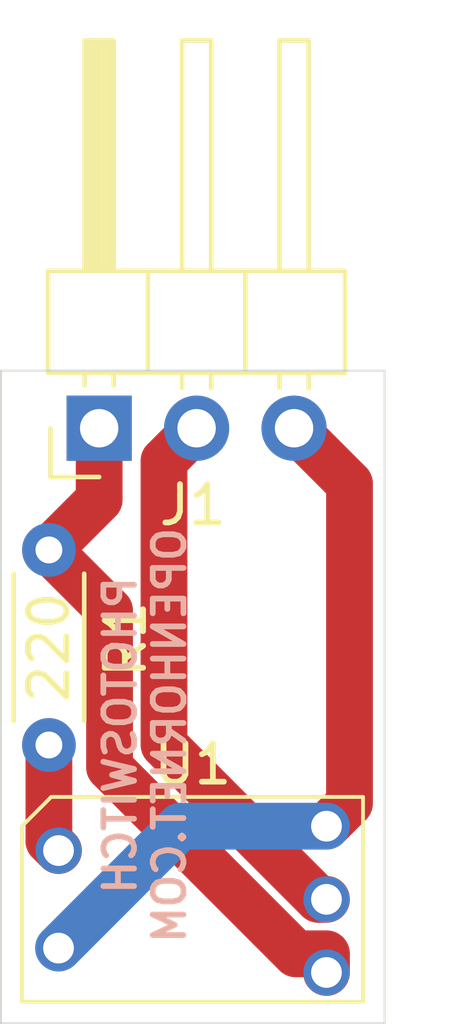
<source format=kicad_pcb>
(kicad_pcb (version 20171130) (host pcbnew "(5.1.9)-1")

  (general
    (thickness 1.6)
    (drawings 5)
    (tracks 18)
    (zones 0)
    (modules 4)
    (nets 5)
  )

  (page A4)
  (layers
    (0 F.Cu signal)
    (31 B.Cu signal)
    (32 B.Adhes user)
    (33 F.Adhes user)
    (34 B.Paste user)
    (35 F.Paste user)
    (36 B.SilkS user)
    (37 F.SilkS user)
    (38 B.Mask user)
    (39 F.Mask user)
    (40 Dwgs.User user)
    (41 Cmts.User user)
    (42 Eco1.User user)
    (43 Eco2.User user)
    (44 Edge.Cuts user)
    (45 Margin user)
    (46 B.CrtYd user)
    (47 F.CrtYd user)
    (48 B.Fab user)
    (49 F.Fab user)
  )

  (setup
    (last_trace_width 1.2192)
    (user_trace_width 0.3048)
    (user_trace_width 0.6096)
    (user_trace_width 0.9144)
    (user_trace_width 1.2192)
    (trace_clearance 0.2)
    (zone_clearance 0.508)
    (zone_45_only no)
    (trace_min 0.2)
    (via_size 0.8)
    (via_drill 0.4)
    (via_min_size 0.4)
    (via_min_drill 0.3)
    (uvia_size 0.3)
    (uvia_drill 0.1)
    (uvias_allowed no)
    (uvia_min_size 0.2)
    (uvia_min_drill 0.1)
    (edge_width 0.05)
    (segment_width 0.2)
    (pcb_text_width 0.3)
    (pcb_text_size 1.5 1.5)
    (mod_edge_width 0.12)
    (mod_text_size 1 1)
    (mod_text_width 0.15)
    (pad_size 1.524 1.524)
    (pad_drill 0.762)
    (pad_to_mask_clearance 0)
    (aux_axis_origin 0 0)
    (visible_elements FFFFFF7F)
    (pcbplotparams
      (layerselection 0x010fc_ffffffff)
      (usegerberextensions false)
      (usegerberattributes true)
      (usegerberadvancedattributes true)
      (creategerberjobfile true)
      (excludeedgelayer true)
      (linewidth 0.100000)
      (plotframeref false)
      (viasonmask false)
      (mode 1)
      (useauxorigin false)
      (hpglpennumber 1)
      (hpglpenspeed 20)
      (hpglpendiameter 15.000000)
      (psnegative false)
      (psa4output false)
      (plotreference true)
      (plotvalue true)
      (plotinvisibletext false)
      (padsonsilk false)
      (subtractmaskfromsilk false)
      (outputformat 1)
      (mirror false)
      (drillshape 0)
      (scaleselection 1)
      (outputdirectory "manufacturing/gerbers/"))
  )

  (net 0 "")
  (net 1 GND)
  (net 2 "Net-(J1-Pad2)")
  (net 3 +5V)
  (net 4 "Net-(R1-Pad1)")

  (net_class Default "This is the default net class."
    (clearance 0.2)
    (trace_width 0.25)
    (via_dia 0.8)
    (via_drill 0.4)
    (uvia_dia 0.3)
    (uvia_drill 0.1)
    (add_net +5V)
    (add_net GND)
    (add_net "Net-(J1-Pad2)")
    (add_net "Net-(R1-Pad1)")
  )

  (module "KiCAD Libraries:OPB61x" (layer F.Cu) (tedit 613778B8) (tstamp 6137D012)
    (at 98 65.75)
    (path /6137815A)
    (fp_text reference U1 (at 3.5 -2.25) (layer F.SilkS)
      (effects (font (size 1 1) (thickness 0.15)))
    )
    (fp_text value OPB615 (at 3.81018 1.2698) (layer F.Fab)
      (effects (font (size 1 1) (thickness 0.15)))
    )
    (fp_line (start 8.18768 -1.6472) (end 8.18768 4.1868) (layer F.CrtYd) (width 0.1))
    (fp_line (start 0.25418 0.2538) (end -0.25382 -0.2542) (layer Eco1.User) (width 0.1))
    (fp_line (start -1.20232 -0.738753) (end -0.293873 -1.6472) (layer F.CrtYd) (width 0.1))
    (fp_line (start -0.293873 -1.6472) (end 8.18768 -1.6472) (layer F.CrtYd) (width 0.1))
    (fp_line (start 8.18768 4.1868) (end -1.20232 4.1868) (layer F.CrtYd) (width 0.1))
    (fp_line (start -1.20232 -0.738753) (end -1.20232 4.1868) (layer F.CrtYd) (width 0.1))
    (fp_line (start 7.93768 -1.3972) (end 7.93768 3.9368) (layer F.SilkS) (width 0.1))
    (fp_line (start 7.93768 3.9368) (end -0.95232 3.9368) (layer F.SilkS) (width 0.1))
    (fp_circle (center 6.98518 3.1748) (end 7.38518 3.1748) (layer Eco1.User) (width 0.1))
    (fp_line (start -0.95232 -0.6352) (end -0.19032 -1.3972) (layer F.SilkS) (width 0.1))
    (fp_line (start -0.19032 -1.3972) (end 7.93768 -1.3972) (layer F.SilkS) (width 0.1))
    (fp_circle (center 0.00018 2.5398) (end 0.400181 2.5398) (layer Eco1.User) (width 0.1))
    (fp_circle (center 6.98518 -0.6352) (end 7.38518 -0.6352) (layer Eco1.User) (width 0.1))
    (fp_circle (center 0.00018 -0.0002) (end 0.40018 -0.0002) (layer Eco1.User) (width 0.1))
    (fp_circle (center 6.98518 1.2698) (end 7.38518 1.2698) (layer Eco1.User) (width 0.1))
    (fp_line (start -0.95232 -0.6352) (end -0.95232 3.9368) (layer F.SilkS) (width 0.1))
    (pad 5 thru_hole circle (at 6.98518 -0.6352) (size 1.2 1.2) (drill 0.8) (layers *.Cu *.Mask)
      (net 1 GND))
    (pad 4 thru_hole circle (at 6.98518 1.2698) (size 1.2 1.2) (drill 0.8) (layers *.Cu *.Mask)
      (net 2 "Net-(J1-Pad2)"))
    (pad 3 thru_hole circle (at 6.98518 3.1748) (size 1.2 1.2) (drill 0.8) (layers *.Cu *.Mask)
      (net 3 +5V))
    (pad 2 thru_hole circle (at 0.00018 2.5398) (size 1.2 1.2) (drill 0.8) (layers *.Cu *.Mask)
      (net 1 GND))
    (pad 1 thru_hole circle (at 0.00018 -0.0002) (size 1.2 1.2) (drill 0.8) (layers *.Cu *.Mask)
      (net 4 "Net-(R1-Pad1)"))
    (model ../../../../lib/3D/OPB61x.STEP
      (offset (xyz 3.5 -1.25 0))
      (scale (xyz 1 1 1))
      (rotate (xyz -90 0 0))
    )
  )

  (module Resistor_THT:R_Axial_DIN0204_L3.6mm_D1.6mm_P5.08mm_Horizontal (layer F.Cu) (tedit 5AE5139B) (tstamp 6137CFF9)
    (at 97.75 63 90)
    (descr "Resistor, Axial_DIN0204 series, Axial, Horizontal, pin pitch=5.08mm, 0.167W, length*diameter=3.6*1.6mm^2, http://cdn-reichelt.de/documents/datenblatt/B400/1_4W%23YAG.pdf")
    (tags "Resistor Axial_DIN0204 series Axial Horizontal pin pitch 5.08mm 0.167W length 3.6mm diameter 1.6mm")
    (path /61379427)
    (fp_text reference R1 (at 2.75 2 90) (layer F.SilkS)
      (effects (font (size 1 1) (thickness 0.15)))
    )
    (fp_text value 220 (at 2.54 0 90) (layer F.SilkS)
      (effects (font (size 1 1) (thickness 0.15)))
    )
    (fp_line (start 0.74 -0.8) (end 0.74 0.8) (layer F.Fab) (width 0.1))
    (fp_line (start 0.74 0.8) (end 4.34 0.8) (layer F.Fab) (width 0.1))
    (fp_line (start 4.34 0.8) (end 4.34 -0.8) (layer F.Fab) (width 0.1))
    (fp_line (start 4.34 -0.8) (end 0.74 -0.8) (layer F.Fab) (width 0.1))
    (fp_line (start 0 0) (end 0.74 0) (layer F.Fab) (width 0.1))
    (fp_line (start 5.08 0) (end 4.34 0) (layer F.Fab) (width 0.1))
    (fp_line (start 0.62 -0.92) (end 4.46 -0.92) (layer F.SilkS) (width 0.12))
    (fp_line (start 0.62 0.92) (end 4.46 0.92) (layer F.SilkS) (width 0.12))
    (fp_line (start -0.95 -1.05) (end -0.95 1.05) (layer F.CrtYd) (width 0.05))
    (fp_line (start -0.95 1.05) (end 6.03 1.05) (layer F.CrtYd) (width 0.05))
    (fp_line (start 6.03 1.05) (end 6.03 -1.05) (layer F.CrtYd) (width 0.05))
    (fp_line (start 6.03 -1.05) (end -0.95 -1.05) (layer F.CrtYd) (width 0.05))
    (pad 2 thru_hole oval (at 5.08 0 90) (size 1.4 1.4) (drill 0.7) (layers *.Cu *.Mask)
      (net 3 +5V))
    (pad 1 thru_hole circle (at 0 0 90) (size 1.4 1.4) (drill 0.7) (layers *.Cu *.Mask)
      (net 4 "Net-(R1-Pad1)"))
    (model ${KISYS3DMOD}/Resistor_THT.3dshapes/R_Axial_DIN0204_L3.6mm_D1.6mm_P5.08mm_Horizontal.wrl
      (at (xyz 0 0 0))
      (scale (xyz 1 1 1))
      (rotate (xyz 0 0 0))
    )
  )

  (module Connector_PinHeader_2.54mm:PinHeader_1x03_P2.54mm_Horizontal (layer F.Cu) (tedit 59FED5CB) (tstamp 6137CFE6)
    (at 99.06 54.75 90)
    (descr "Through hole angled pin header, 1x03, 2.54mm pitch, 6mm pin length, single row")
    (tags "Through hole angled pin header THT 1x03 2.54mm single row")
    (path /61379D88)
    (fp_text reference J1 (at -2 2.44 180) (layer F.SilkS)
      (effects (font (size 1 1) (thickness 0.15)))
    )
    (fp_text value Conn_01x03_Male (at 4.385 7.35 90) (layer F.Fab)
      (effects (font (size 1 1) (thickness 0.15)))
    )
    (fp_text user %R (at 2.77 2.54) (layer F.Fab)
      (effects (font (size 1 1) (thickness 0.15)))
    )
    (fp_line (start 2.135 -1.27) (end 4.04 -1.27) (layer F.Fab) (width 0.1))
    (fp_line (start 4.04 -1.27) (end 4.04 6.35) (layer F.Fab) (width 0.1))
    (fp_line (start 4.04 6.35) (end 1.5 6.35) (layer F.Fab) (width 0.1))
    (fp_line (start 1.5 6.35) (end 1.5 -0.635) (layer F.Fab) (width 0.1))
    (fp_line (start 1.5 -0.635) (end 2.135 -1.27) (layer F.Fab) (width 0.1))
    (fp_line (start -0.32 -0.32) (end 1.5 -0.32) (layer F.Fab) (width 0.1))
    (fp_line (start -0.32 -0.32) (end -0.32 0.32) (layer F.Fab) (width 0.1))
    (fp_line (start -0.32 0.32) (end 1.5 0.32) (layer F.Fab) (width 0.1))
    (fp_line (start 4.04 -0.32) (end 10.04 -0.32) (layer F.Fab) (width 0.1))
    (fp_line (start 10.04 -0.32) (end 10.04 0.32) (layer F.Fab) (width 0.1))
    (fp_line (start 4.04 0.32) (end 10.04 0.32) (layer F.Fab) (width 0.1))
    (fp_line (start -0.32 2.22) (end 1.5 2.22) (layer F.Fab) (width 0.1))
    (fp_line (start -0.32 2.22) (end -0.32 2.86) (layer F.Fab) (width 0.1))
    (fp_line (start -0.32 2.86) (end 1.5 2.86) (layer F.Fab) (width 0.1))
    (fp_line (start 4.04 2.22) (end 10.04 2.22) (layer F.Fab) (width 0.1))
    (fp_line (start 10.04 2.22) (end 10.04 2.86) (layer F.Fab) (width 0.1))
    (fp_line (start 4.04 2.86) (end 10.04 2.86) (layer F.Fab) (width 0.1))
    (fp_line (start -0.32 4.76) (end 1.5 4.76) (layer F.Fab) (width 0.1))
    (fp_line (start -0.32 4.76) (end -0.32 5.4) (layer F.Fab) (width 0.1))
    (fp_line (start -0.32 5.4) (end 1.5 5.4) (layer F.Fab) (width 0.1))
    (fp_line (start 4.04 4.76) (end 10.04 4.76) (layer F.Fab) (width 0.1))
    (fp_line (start 10.04 4.76) (end 10.04 5.4) (layer F.Fab) (width 0.1))
    (fp_line (start 4.04 5.4) (end 10.04 5.4) (layer F.Fab) (width 0.1))
    (fp_line (start 1.44 -1.33) (end 1.44 6.41) (layer F.SilkS) (width 0.12))
    (fp_line (start 1.44 6.41) (end 4.1 6.41) (layer F.SilkS) (width 0.12))
    (fp_line (start 4.1 6.41) (end 4.1 -1.33) (layer F.SilkS) (width 0.12))
    (fp_line (start 4.1 -1.33) (end 1.44 -1.33) (layer F.SilkS) (width 0.12))
    (fp_line (start 4.1 -0.38) (end 10.1 -0.38) (layer F.SilkS) (width 0.12))
    (fp_line (start 10.1 -0.38) (end 10.1 0.38) (layer F.SilkS) (width 0.12))
    (fp_line (start 10.1 0.38) (end 4.1 0.38) (layer F.SilkS) (width 0.12))
    (fp_line (start 4.1 -0.32) (end 10.1 -0.32) (layer F.SilkS) (width 0.12))
    (fp_line (start 4.1 -0.2) (end 10.1 -0.2) (layer F.SilkS) (width 0.12))
    (fp_line (start 4.1 -0.08) (end 10.1 -0.08) (layer F.SilkS) (width 0.12))
    (fp_line (start 4.1 0.04) (end 10.1 0.04) (layer F.SilkS) (width 0.12))
    (fp_line (start 4.1 0.16) (end 10.1 0.16) (layer F.SilkS) (width 0.12))
    (fp_line (start 4.1 0.28) (end 10.1 0.28) (layer F.SilkS) (width 0.12))
    (fp_line (start 1.11 -0.38) (end 1.44 -0.38) (layer F.SilkS) (width 0.12))
    (fp_line (start 1.11 0.38) (end 1.44 0.38) (layer F.SilkS) (width 0.12))
    (fp_line (start 1.44 1.27) (end 4.1 1.27) (layer F.SilkS) (width 0.12))
    (fp_line (start 4.1 2.16) (end 10.1 2.16) (layer F.SilkS) (width 0.12))
    (fp_line (start 10.1 2.16) (end 10.1 2.92) (layer F.SilkS) (width 0.12))
    (fp_line (start 10.1 2.92) (end 4.1 2.92) (layer F.SilkS) (width 0.12))
    (fp_line (start 1.042929 2.16) (end 1.44 2.16) (layer F.SilkS) (width 0.12))
    (fp_line (start 1.042929 2.92) (end 1.44 2.92) (layer F.SilkS) (width 0.12))
    (fp_line (start 1.44 3.81) (end 4.1 3.81) (layer F.SilkS) (width 0.12))
    (fp_line (start 4.1 4.7) (end 10.1 4.7) (layer F.SilkS) (width 0.12))
    (fp_line (start 10.1 4.7) (end 10.1 5.46) (layer F.SilkS) (width 0.12))
    (fp_line (start 10.1 5.46) (end 4.1 5.46) (layer F.SilkS) (width 0.12))
    (fp_line (start 1.042929 4.7) (end 1.44 4.7) (layer F.SilkS) (width 0.12))
    (fp_line (start 1.042929 5.46) (end 1.44 5.46) (layer F.SilkS) (width 0.12))
    (fp_line (start -1.27 0) (end -1.27 -1.27) (layer F.SilkS) (width 0.12))
    (fp_line (start -1.27 -1.27) (end 0 -1.27) (layer F.SilkS) (width 0.12))
    (fp_line (start -1.8 -1.8) (end -1.8 6.85) (layer F.CrtYd) (width 0.05))
    (fp_line (start -1.8 6.85) (end 10.55 6.85) (layer F.CrtYd) (width 0.05))
    (fp_line (start 10.55 6.85) (end 10.55 -1.8) (layer F.CrtYd) (width 0.05))
    (fp_line (start 10.55 -1.8) (end -1.8 -1.8) (layer F.CrtYd) (width 0.05))
    (pad 3 thru_hole oval (at 0 5.08 90) (size 1.7 1.7) (drill 1) (layers *.Cu *.Mask)
      (net 1 GND))
    (pad 2 thru_hole oval (at 0 2.54 90) (size 1.7 1.7) (drill 1) (layers *.Cu *.Mask)
      (net 2 "Net-(J1-Pad2)"))
    (pad 1 thru_hole rect (at 0 0 90) (size 1.7 1.7) (drill 1) (layers *.Cu *.Mask)
      (net 3 +5V))
    (model ${KISYS3DMOD}/Connector_PinHeader_2.54mm.3dshapes/PinHeader_1x03_P2.54mm_Horizontal.wrl
      (at (xyz 0 0 0))
      (scale (xyz 1 1 1))
      (rotate (xyz 0 0 0))
    )
  )

  (module MountingHole:MountingHole_2.5mm (layer F.Cu) (tedit 56D1B4CB) (tstamp 6137CFA6)
    (at 103.25 60.25)
    (descr "Mounting Hole 2.5mm, no annular")
    (tags "mounting hole 2.5mm no annular")
    (path /61385E95)
    (attr virtual)
    (fp_text reference H1 (at 0 0.04) (layer F.SilkS) hide
      (effects (font (size 1 1) (thickness 0.15)))
    )
    (fp_text value MountingHole (at 0 3.5) (layer F.Fab)
      (effects (font (size 1 1) (thickness 0.15)))
    )
    (fp_text user %R (at 0.3 0) (layer F.Fab)
      (effects (font (size 1 1) (thickness 0.15)))
    )
    (fp_circle (center 0 0) (end 2.5 0) (layer Cmts.User) (width 0.15))
    (fp_circle (center 0 0) (end 2.75 0) (layer F.CrtYd) (width 0.05))
    (pad 1 np_thru_hole circle (at 0 0) (size 2.5 2.5) (drill 2.5) (layers *.Cu *.Mask))
  )

  (gr_text "PHOTOSWITCH\nOPENHORNET.COM" (at 100.25 62.75 90) (layer B.SilkS)
    (effects (font (size 0.8 0.8) (thickness 0.15)) (justify mirror))
  )
  (gr_line (start 96.5 70.25) (end 96.5 53.25) (layer Edge.Cuts) (width 0.05))
  (gr_line (start 106.5 53.25) (end 96.5 53.25) (layer Edge.Cuts) (width 0.05))
  (gr_line (start 106.5 70.25) (end 106.5 53.25) (layer Edge.Cuts) (width 0.05))
  (gr_line (start 96.5 70.25) (end 106.5 70.25) (layer Edge.Cuts) (width 0.05))

  (segment (start 105.585179 56.195179) (end 104.14 54.75) (width 1.2192) (layer F.Cu) (net 1))
  (segment (start 105.585179 64.514801) (end 105.585179 56.195179) (width 1.2192) (layer F.Cu) (net 1))
  (segment (start 104.98518 65.1148) (end 105.585179 64.514801) (width 1.2192) (layer F.Cu) (net 1))
  (segment (start 101.17518 65.1148) (end 98.00018 68.2898) (width 1.2192) (layer B.Cu) (net 1))
  (segment (start 104.98518 65.1148) (end 101.17518 65.1148) (width 1.2192) (layer B.Cu) (net 1))
  (segment (start 104.776866 67.0198) (end 104.98518 67.0198) (width 1.2192) (layer F.Cu) (net 2))
  (segment (start 101.6 54.75) (end 100.750001 55.599999) (width 1.2192) (layer F.Cu) (net 2))
  (segment (start 100.750001 55.599999) (end 100.750001 62.992935) (width 1.2192) (layer F.Cu) (net 2))
  (segment (start 100.750001 62.992935) (end 104.776866 67.0198) (width 1.2192) (layer F.Cu) (net 2))
  (segment (start 99.06 56.61) (end 97.75 57.92) (width 1.2192) (layer F.Cu) (net 3))
  (segment (start 99.06 54.75) (end 99.06 56.61) (width 1.2192) (layer F.Cu) (net 3))
  (segment (start 99.330791 59.500791) (end 97.75 57.92) (width 1.2192) (layer F.Cu) (net 3))
  (segment (start 99.330791 63.580791) (end 99.330791 59.500791) (width 1.2192) (layer F.Cu) (net 3))
  (segment (start 104.189009 68.439009) (end 99.330791 63.580791) (width 1.2192) (layer F.Cu) (net 3))
  (segment (start 104.98518 68.9248) (end 104.98518 68.43901) (width 1.2192) (layer F.Cu) (net 3))
  (segment (start 104.98518 68.43901) (end 104.189009 68.439009) (width 1.2192) (layer F.Cu) (net 3))
  (segment (start 97.75 65.49962) (end 98.00018 65.7498) (width 1.2192) (layer F.Cu) (net 4))
  (segment (start 97.75 63) (end 97.75 65.49962) (width 1.2192) (layer F.Cu) (net 4))

)

</source>
